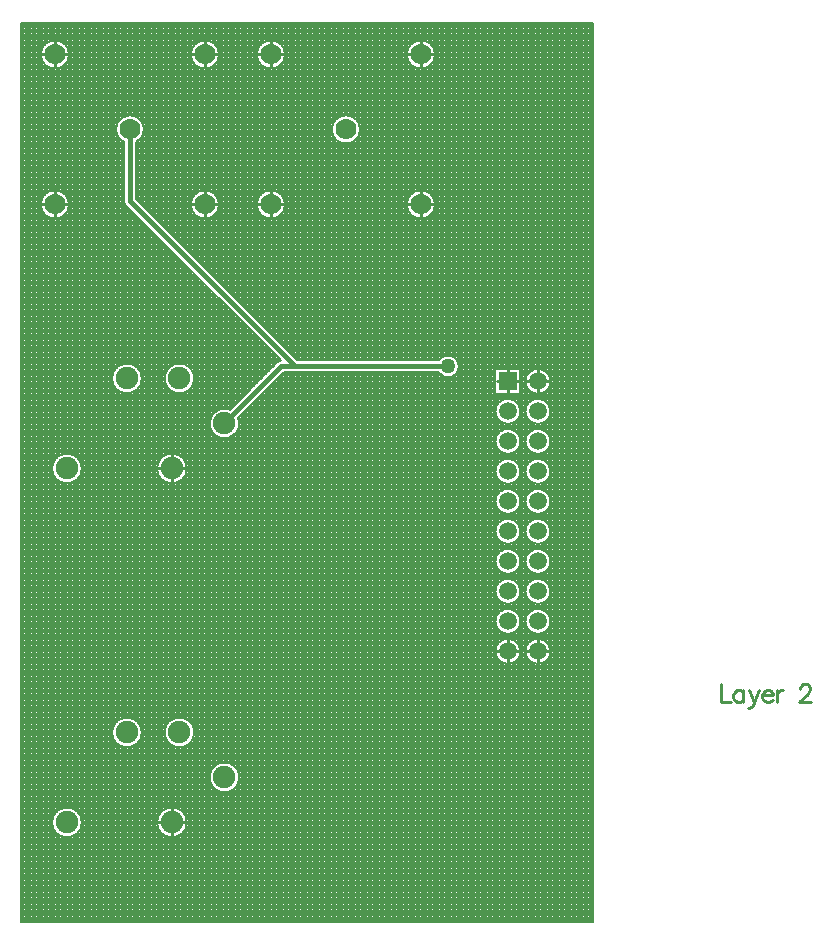
<source format=gbl>
%FSLAX24Y24*%
%MOIN*%
G70*
G01*
G75*
G04 Layer_Physical_Order=2*
G04 Layer_Color=16711680*
%ADD10R,0.0354X0.0276*%
%ADD11C,0.0160*%
%ADD12C,0.0100*%
%ADD13C,0.0591*%
%ADD14C,0.0750*%
%ADD15C,0.0700*%
%ADD16R,0.0591X0.0591*%
%ADD17C,0.0500*%
%ADD18C,0.0080*%
D11*
X29250Y57900D02*
X34800D01*
X24200Y63400D02*
X29700Y57900D01*
X24200Y63400D02*
Y65800D01*
X27350Y56000D02*
X29250Y57900D01*
D12*
X37800Y57400D02*
Y57775D01*
Y57400D02*
X38175D01*
X37425D02*
X37800D01*
Y57025D02*
Y57400D01*
X36800D02*
Y57775D01*
Y57400D02*
X37175D01*
X36425D02*
X36800D01*
Y57025D02*
Y57400D01*
X33900Y68300D02*
X34330D01*
X33900D02*
Y68730D01*
Y67870D02*
Y68300D01*
X33470D02*
X33900D01*
X28900D02*
X29330D01*
X28900D02*
Y68730D01*
Y67870D02*
Y68300D01*
X28470D02*
X28900D01*
X33900Y63300D02*
X34330D01*
X33900D02*
Y63730D01*
Y62870D02*
Y63300D01*
X33470D02*
X33900D01*
X28900D02*
X29330D01*
X28900D02*
Y63730D01*
Y62870D02*
Y63300D01*
X28470D02*
X28900D01*
X37800Y48400D02*
Y48775D01*
Y48400D02*
X38175D01*
X37800Y48025D02*
Y48400D01*
X37425D02*
X37800D01*
X36800D02*
X37175D01*
X36800D02*
Y48775D01*
Y48025D02*
Y48400D01*
X36425D02*
X36800D01*
X26700Y68300D02*
Y68730D01*
Y68300D02*
X27130D01*
X26700Y67870D02*
Y68300D01*
X26270D02*
X26700D01*
Y63300D02*
Y63730D01*
Y63300D02*
X27130D01*
X26700Y62870D02*
Y63300D01*
X26270D02*
X26700D01*
X21700Y68300D02*
Y68730D01*
Y68300D02*
X22130D01*
X21270D02*
X21700D01*
Y67870D02*
Y68300D01*
Y63300D02*
Y63730D01*
Y63300D02*
X22130D01*
X21270D02*
X21700D01*
Y62870D02*
Y63300D01*
X25600Y54500D02*
X26055D01*
X25600D02*
Y54955D01*
X25145Y54500D02*
X25600D01*
Y54045D02*
Y54500D01*
Y42700D02*
Y43155D01*
Y42700D02*
X26055D01*
X25145D02*
X25600D01*
Y42245D02*
Y42700D01*
X43900Y47300D02*
Y46700D01*
X44243D01*
X44651Y47100D02*
Y46700D01*
Y47014D02*
X44594Y47071D01*
X44537Y47100D01*
X44451D01*
X44394Y47071D01*
X44337Y47014D01*
X44308Y46929D01*
Y46871D01*
X44337Y46786D01*
X44394Y46729D01*
X44451Y46700D01*
X44537D01*
X44594Y46729D01*
X44651Y46786D01*
X44840Y47100D02*
X45011Y46700D01*
X45183Y47100D02*
X45011Y46700D01*
X44954Y46586D01*
X44897Y46529D01*
X44840Y46500D01*
X44811D01*
X45283Y46929D02*
X45625D01*
Y46986D01*
X45597Y47043D01*
X45568Y47071D01*
X45511Y47100D01*
X45425D01*
X45368Y47071D01*
X45311Y47014D01*
X45283Y46929D01*
Y46871D01*
X45311Y46786D01*
X45368Y46729D01*
X45425Y46700D01*
X45511D01*
X45568Y46729D01*
X45625Y46786D01*
X45754Y47100D02*
Y46700D01*
Y46929D02*
X45782Y47014D01*
X45840Y47071D01*
X45897Y47100D01*
X45982D01*
X46537Y47157D02*
Y47186D01*
X46565Y47243D01*
X46594Y47271D01*
X46651Y47300D01*
X46765D01*
X46822Y47271D01*
X46851Y47243D01*
X46879Y47186D01*
Y47128D01*
X46851Y47071D01*
X46794Y46986D01*
X46508Y46700D01*
X46908D01*
D13*
X37800Y49400D02*
D03*
X36800D02*
D03*
X37800Y50400D02*
D03*
X36800D02*
D03*
X37800Y51400D02*
D03*
X36800D02*
D03*
X37800Y52400D02*
D03*
X36800D02*
D03*
X37800Y53400D02*
D03*
X36800D02*
D03*
X37800Y54400D02*
D03*
X36800D02*
D03*
X37800Y55400D02*
D03*
X36800D02*
D03*
X37800Y56400D02*
D03*
X36800D02*
D03*
X37800Y48400D02*
D03*
X36800D02*
D03*
X37800Y57400D02*
D03*
D14*
X27350Y44200D02*
D03*
X25850Y45700D02*
D03*
X27350Y56000D02*
D03*
X25850Y57500D02*
D03*
X24100Y45700D02*
D03*
X22100Y42700D02*
D03*
X25600D02*
D03*
X24100Y57500D02*
D03*
X22100Y54500D02*
D03*
X25600D02*
D03*
D15*
X24200Y65800D02*
D03*
X31400D02*
D03*
X26700Y63300D02*
D03*
X21700D02*
D03*
Y68300D02*
D03*
X26700D02*
D03*
X33900Y63300D02*
D03*
X28900D02*
D03*
Y68300D02*
D03*
X33900D02*
D03*
D16*
X36800Y57400D02*
D03*
D17*
X34800Y57900D02*
D03*
D18*
X38215Y57400D02*
G03*
X38215Y57400I-415J0D01*
G01*
Y56400D02*
G03*
X38215Y56400I-415J0D01*
G01*
Y55400D02*
G03*
X38215Y55400I-415J0D01*
G01*
X37215Y56400D02*
G03*
X37215Y56400I-415J0D01*
G01*
Y55400D02*
G03*
X37215Y55400I-415J0D01*
G01*
X34370Y68300D02*
G03*
X34370Y68300I-470J0D01*
G01*
X29370D02*
G03*
X29370Y68300I-470J0D01*
G01*
X34370Y63300D02*
G03*
X34370Y63300I-470J0D01*
G01*
X31870Y65800D02*
G03*
X31870Y65800I-470J0D01*
G01*
X35170Y57900D02*
G03*
X34489Y58100I-370J0D01*
G01*
Y57700D02*
G03*
X35170Y57900I311J200D01*
G01*
X29370Y63300D02*
G03*
X29370Y63300I-470J0D01*
G01*
X29220Y58098D02*
G03*
X29109Y58041I30J-198D01*
G01*
X29220Y58098D02*
G03*
X29108Y58041I30J-198D01*
G01*
X27845Y56000D02*
G03*
X27812Y56179I-495J0D01*
G01*
X38215Y54400D02*
G03*
X38215Y54400I-415J0D01*
G01*
Y53400D02*
G03*
X38215Y53400I-415J0D01*
G01*
Y52400D02*
G03*
X38215Y52400I-415J0D01*
G01*
Y51400D02*
G03*
X38215Y51400I-415J0D01*
G01*
Y50400D02*
G03*
X38215Y50400I-415J0D01*
G01*
Y49400D02*
G03*
X38215Y49400I-415J0D01*
G01*
Y48400D02*
G03*
X38215Y48400I-415J0D01*
G01*
X37215Y54400D02*
G03*
X37215Y54400I-415J0D01*
G01*
Y53400D02*
G03*
X37215Y53400I-415J0D01*
G01*
Y52400D02*
G03*
X37215Y52400I-415J0D01*
G01*
Y51400D02*
G03*
X37215Y51400I-415J0D01*
G01*
Y50400D02*
G03*
X37215Y50400I-415J0D01*
G01*
Y49400D02*
G03*
X37215Y49400I-415J0D01*
G01*
Y48400D02*
G03*
X37215Y48400I-415J0D01*
G01*
X27170Y68300D02*
G03*
X27170Y68300I-470J0D01*
G01*
Y63300D02*
G03*
X27170Y63300I-470J0D01*
G01*
X26345Y57500D02*
G03*
X26345Y57500I-495J0D01*
G01*
X24400Y65375D02*
G03*
X24670Y65800I-200J425D01*
G01*
G03*
X24000Y65375I-470J0D01*
G01*
X22170Y68300D02*
G03*
X22170Y68300I-470J0D01*
G01*
X24000Y63400D02*
G03*
X24059Y63259I200J0D01*
G01*
X24000Y63400D02*
G03*
X24059Y63258I200J0D01*
G01*
X24595Y57500D02*
G03*
X24595Y57500I-495J0D01*
G01*
X22170Y63300D02*
G03*
X22170Y63300I-470J0D01*
G01*
X27529Y56462D02*
G03*
X27845Y56000I-179J-462D01*
G01*
Y44200D02*
G03*
X27845Y44200I-495J0D01*
G01*
X26095Y54500D02*
G03*
X26095Y54500I-495J0D01*
G01*
X22595D02*
G03*
X22595Y54500I-495J0D01*
G01*
X26345Y45700D02*
G03*
X26345Y45700I-495J0D01*
G01*
X26095Y42700D02*
G03*
X26095Y42700I-495J0D01*
G01*
X24595Y45700D02*
G03*
X24595Y45700I-495J0D01*
G01*
X22595Y42700D02*
G03*
X22595Y42700I-495J0D01*
G01*
X34359Y68400D02*
X39630D01*
X37840Y57813D02*
Y69330D01*
X38000Y57764D02*
Y69330D01*
X37920Y57798D02*
Y69330D01*
X34370Y68320D02*
X39630D01*
X34366Y68240D02*
X39630D01*
X34349Y68160D02*
X39630D01*
X34349Y63440D02*
X39630D01*
X35156Y58000D02*
X39630D01*
X35169Y57920D02*
X39630D01*
X35165Y57840D02*
X39630D01*
X38007Y57760D02*
X39630D01*
X34946Y58240D02*
X39630D01*
X35063Y58160D02*
X39630D01*
X35123Y58080D02*
X39630D01*
X37760Y57813D02*
Y69330D01*
X37200Y57815D02*
Y69330D01*
X37680Y57798D02*
Y69330D01*
X37600Y57764D02*
Y69330D01*
X37120Y57815D02*
Y69330D01*
X37040Y57815D02*
Y69330D01*
X36960Y57815D02*
Y69330D01*
X36880Y57815D02*
Y69330D01*
X36800Y57815D02*
Y69330D01*
X36720Y57815D02*
Y69330D01*
X36640Y57815D02*
Y69330D01*
X36560Y57815D02*
Y69330D01*
X36480Y57815D02*
Y69330D01*
X36400Y57815D02*
Y69330D01*
X36385Y57815D02*
X37215D01*
X38107Y57680D02*
X39630D01*
X38080Y57707D02*
Y69330D01*
X38164Y57600D02*
X39630D01*
X38160Y57607D02*
Y69330D01*
X37215Y57760D02*
X37593D01*
X37520Y57707D02*
Y69330D01*
X38198Y57520D02*
X39630D01*
X38213Y57440D02*
X39630D01*
X38213Y57360D02*
X39630D01*
X38198Y57280D02*
X39630D01*
X37215Y57680D02*
X37493D01*
X37440Y57607D02*
Y69330D01*
X37215Y57600D02*
X37436D01*
X37215Y56985D02*
Y57815D01*
X35142Y57760D02*
X36385D01*
X35097Y57680D02*
X36385D01*
X35017Y57600D02*
X36385D01*
X37215Y57520D02*
X37402D01*
X37215Y57440D02*
X37387D01*
X37215Y57360D02*
X37387D01*
X37215Y57280D02*
X37402D01*
X34292Y68560D02*
X39630D01*
X34334Y68480D02*
X39630D01*
X34315Y68080D02*
X39630D01*
X34262Y68000D02*
X39630D01*
X34111Y68720D02*
X39630D01*
X34225Y68640D02*
X39630D01*
X34177Y67920D02*
X39630D01*
X33996Y67840D02*
X39630D01*
X31825Y66000D02*
X39630D01*
X31854Y65920D02*
X39630D01*
X31868Y65840D02*
X39630D01*
X31868Y65760D02*
X39630D01*
X31565Y66240D02*
X39630D01*
X31702Y66160D02*
X39630D01*
X31777Y66080D02*
X39630D01*
X31854Y65680D02*
X39630D01*
X33996Y63760D02*
X39630D01*
X34177Y63680D02*
X39630D01*
X34262Y63600D02*
X39630D01*
X31825Y65600D02*
X39630D01*
X31777Y65520D02*
X39630D01*
X31702Y65440D02*
X39630D01*
X31565Y65360D02*
X39630D01*
X34315Y63520D02*
X39630D01*
X34366Y63360D02*
X39630D01*
X34370Y63280D02*
X39630D01*
X34359Y63200D02*
X39630D01*
X34334Y63120D02*
X39630D01*
X34292Y63040D02*
X39630D01*
X34225Y62960D02*
X39630D01*
X34111Y62880D02*
X39630D01*
X27963Y59920D02*
X39630D01*
X28043Y59840D02*
X39630D01*
X28123Y59760D02*
X39630D01*
X27643Y60240D02*
X39630D01*
X27723Y60160D02*
X39630D01*
X27803Y60080D02*
X39630D01*
X27883Y60000D02*
X39630D01*
X28443Y59440D02*
X39630D01*
X28523Y59360D02*
X39630D01*
X28603Y59280D02*
X39630D01*
X28683Y59200D02*
X39630D01*
X28203Y59680D02*
X39630D01*
X28283Y59600D02*
X39630D01*
X28363Y59520D02*
X39630D01*
X29083Y58800D02*
X39630D01*
X29163Y58720D02*
X39630D01*
X29243Y58640D02*
X39630D01*
X29323Y58560D02*
X39630D01*
X28763Y59120D02*
X39630D01*
X28843Y59040D02*
X39630D01*
X28923Y58960D02*
X39630D01*
X29003Y58880D02*
X39630D01*
X29403Y58480D02*
X39630D01*
X29483Y58400D02*
X39630D01*
X29563Y58320D02*
X39630D01*
X29153Y57520D02*
X36385D01*
X29073Y57440D02*
X36385D01*
X28993Y57360D02*
X36385D01*
X28913Y57280D02*
X36385D01*
X38164Y57200D02*
X39630D01*
X38107Y57120D02*
X39630D01*
X38139Y56640D02*
X39630D01*
X38160Y56607D02*
Y57193D01*
X38007Y57040D02*
X39630D01*
X37912Y56800D02*
X39630D01*
X38065Y56720D02*
X39630D01*
X38080Y56707D02*
Y57093D01*
X38183Y56560D02*
X39630D01*
X38207Y56480D02*
X39630D01*
X38215Y56400D02*
X39630D01*
X38207Y56320D02*
X39630D01*
X38183Y56240D02*
X39630D01*
X38139Y56160D02*
X39630D01*
X38065Y56080D02*
X39630D01*
X38000Y56764D02*
Y57036D01*
X37920Y56798D02*
Y57002D01*
X37600Y56764D02*
Y57036D01*
X37520Y56707D02*
Y57093D01*
X37215Y57120D02*
X37493D01*
X37215Y57200D02*
X37436D01*
X37215Y57040D02*
X37593D01*
X37440Y56607D02*
Y57193D01*
X37840Y56813D02*
Y56987D01*
X37760Y56813D02*
Y56987D01*
X37680Y56798D02*
Y57002D01*
X37200Y56512D02*
Y56985D01*
X37208Y56480D02*
X37392D01*
X37215Y56400D02*
X37385D01*
X37208Y56320D02*
X37392D01*
X38107Y55680D02*
X39630D01*
X38160Y55607D02*
Y56193D01*
X38164Y55600D02*
X39630D01*
X38198Y55520D02*
X39630D01*
X37912Y56000D02*
X39630D01*
X38007Y55760D02*
X39630D01*
X38213Y55440D02*
X39630D01*
X38213Y55360D02*
X39630D01*
X38198Y55280D02*
X39630D01*
X38164Y55200D02*
X39630D01*
X38107Y55120D02*
X39630D01*
X38007Y55040D02*
X39630D01*
X37912Y54800D02*
X39630D01*
X37920Y55798D02*
Y56002D01*
X37680Y55798D02*
Y56002D01*
X38080Y55707D02*
Y56093D01*
X38000Y55764D02*
Y56036D01*
X37600Y55764D02*
Y56036D01*
X37520Y55707D02*
Y56093D01*
X37440Y55607D02*
Y56193D01*
X37200Y55512D02*
Y56288D01*
X37840Y55813D02*
Y55987D01*
X37760Y55813D02*
Y55987D01*
X37920Y54798D02*
Y55002D01*
X37840Y54813D02*
Y54987D01*
X37760Y54813D02*
Y54987D01*
X37213Y55440D02*
X37387D01*
X37680Y54798D02*
Y55002D01*
X36960Y56783D02*
Y56985D01*
X36880Y56807D02*
Y56985D01*
X37120Y56665D02*
Y56985D01*
X37040Y56739D02*
Y56985D01*
X28593Y56960D02*
X39630D01*
X36385Y56985D02*
X37215D01*
X28513Y56880D02*
X39630D01*
X36800Y56815D02*
Y56985D01*
X37139Y56640D02*
X37461D01*
X37183Y56560D02*
X37417D01*
X37139Y56160D02*
X37461D01*
X37183Y56240D02*
X37417D01*
X36912Y56800D02*
X37688D01*
X37065Y56720D02*
X37535D01*
X37065Y56080D02*
X37535D01*
X36720Y56807D02*
Y56985D01*
X36640Y56783D02*
Y56985D01*
X36560Y56739D02*
Y56985D01*
X36480Y56665D02*
Y56985D01*
X28833Y57200D02*
X36385D01*
X28753Y57120D02*
X36385D01*
X36400Y56512D02*
Y56985D01*
X28673Y57040D02*
X36385D01*
X28433Y56800D02*
X36688D01*
X28353Y56720D02*
X36535D01*
X28273Y56640D02*
X36461D01*
X28193Y56560D02*
X36417D01*
X27818Y56160D02*
X36461D01*
X27873Y56240D02*
X36417D01*
X27838Y56080D02*
X36535D01*
X36912Y56000D02*
X37688D01*
X37007Y55760D02*
X37593D01*
X37107Y55680D02*
X37493D01*
X37164Y55600D02*
X37436D01*
X27838Y55920D02*
X39630D01*
X27818Y55840D02*
X39630D01*
X37198Y55520D02*
X37402D01*
X37213Y55360D02*
X37387D01*
X37164Y55200D02*
X37436D01*
X37198Y55280D02*
X37402D01*
X37007Y55040D02*
X37593D01*
X37107Y55120D02*
X37493D01*
X36912Y54800D02*
X37688D01*
X37040Y55739D02*
Y56061D01*
X36960Y55783D02*
Y56017D01*
X37120Y55665D02*
Y56135D01*
X36560Y55739D02*
Y56061D01*
X27845Y56000D02*
X36688D01*
X36480Y55665D02*
Y56135D01*
X36400Y55512D02*
Y56288D01*
X36880Y55807D02*
Y55992D01*
X36800Y55815D02*
Y55985D01*
X36720Y55807D02*
Y55992D01*
X36640Y55783D02*
Y56017D01*
X27783Y55760D02*
X36593D01*
X27728Y55680D02*
X36493D01*
X27642Y55600D02*
X36436D01*
X34160Y68692D02*
Y69330D01*
X34080Y68734D02*
Y69330D01*
X34320Y68511D02*
Y69330D01*
X34240Y68625D02*
Y69330D01*
X34000Y68759D02*
Y69330D01*
X33920Y68770D02*
Y69330D01*
X33840Y68766D02*
Y69330D01*
X33760Y68749D02*
Y69330D01*
X34320Y63511D02*
Y68089D01*
X33680Y68715D02*
Y69330D01*
X33600Y68662D02*
Y69330D01*
X33520Y68577D02*
Y69330D01*
X33440Y68396D02*
Y69330D01*
X31840Y65965D02*
Y69330D01*
X31600Y66225D02*
Y69330D01*
X31520Y66254D02*
Y69330D01*
X31760Y66102D02*
Y69330D01*
X31680Y66177D02*
Y69330D01*
X31440Y66268D02*
Y69330D01*
X31360Y66268D02*
Y69330D01*
X33520Y63577D02*
Y68023D01*
X31280Y66254D02*
Y69330D01*
X31200Y66225D02*
Y69330D01*
X31120Y66177D02*
Y69330D01*
X31040Y66102D02*
Y69330D01*
X34960Y58234D02*
Y69330D01*
X34880Y58261D02*
Y69330D01*
X35120Y58086D02*
Y69330D01*
X35040Y58182D02*
Y69330D01*
X34800Y58270D02*
Y69330D01*
X34720Y58261D02*
Y69330D01*
X34640Y58234D02*
Y69330D01*
X34560Y58182D02*
Y69330D01*
X34480Y58100D02*
Y69330D01*
X33440Y63396D02*
Y68204D01*
X34400Y58100D02*
Y69330D01*
X33360Y58100D02*
Y69330D01*
X33280Y58100D02*
Y69330D01*
X33200Y58100D02*
Y69330D01*
X33120Y58100D02*
Y69330D01*
X33040Y58100D02*
Y69330D01*
X32960Y58100D02*
Y69330D01*
X32880Y58100D02*
Y69330D01*
X32800Y58100D02*
Y69330D01*
X32720Y58100D02*
Y69330D01*
X32640Y58100D02*
Y69330D01*
X32560Y58100D02*
Y69330D01*
X32480Y58100D02*
Y69330D01*
X32400Y58100D02*
Y69330D01*
X32320Y58100D02*
Y69330D01*
X32240Y58100D02*
Y69330D01*
X32160Y58100D02*
Y69330D01*
X32080Y58100D02*
Y69330D01*
X32000Y58100D02*
Y69330D01*
X31920Y58100D02*
Y69330D01*
X29334Y68480D02*
X33466D01*
X29280Y68577D02*
Y69330D01*
X30960Y65965D02*
Y69330D01*
X29360Y68396D02*
Y69330D01*
X29111Y68720D02*
X33689D01*
X29225Y68640D02*
X33575D01*
X29292Y68560D02*
X33508D01*
X29359Y68400D02*
X33441D01*
X29370Y68320D02*
X33430D01*
X29366Y68240D02*
X33434D01*
X29360Y63396D02*
Y68204D01*
X29349Y68160D02*
X33451D01*
X29315Y68080D02*
X33485D01*
X29040Y68749D02*
Y69330D01*
X28960Y68766D02*
Y69330D01*
X29200Y68662D02*
Y69330D01*
X29120Y68715D02*
Y69330D01*
X28880Y68770D02*
Y69330D01*
X28800Y68759D02*
Y69330D01*
X28720Y68734D02*
Y69330D01*
X28640Y68692D02*
Y69330D01*
X28560Y68625D02*
Y69330D01*
X28480Y68511D02*
Y69330D01*
Y63511D02*
Y68089D01*
X27600Y60283D02*
Y69330D01*
X30880Y58100D02*
Y69330D01*
X30800Y58100D02*
Y69330D01*
X30720Y58100D02*
Y69330D01*
X30640Y58100D02*
Y69330D01*
X30560Y58100D02*
Y69330D01*
X30480Y58100D02*
Y69330D01*
X30400Y58100D02*
Y69330D01*
X30320Y58100D02*
Y69330D01*
X30240Y58100D02*
Y69330D01*
X30160Y58100D02*
Y69330D01*
X30080Y58100D02*
Y69330D01*
X30000Y58100D02*
Y69330D01*
X29920Y58100D02*
Y69330D01*
X29760Y58123D02*
Y69330D01*
X29840Y58100D02*
Y69330D01*
X29520Y58363D02*
Y69330D01*
X29440Y58443D02*
Y69330D01*
X29680Y58203D02*
Y69330D01*
X29600Y58283D02*
Y69330D01*
X28320Y59563D02*
Y69330D01*
X28240Y59643D02*
Y69330D01*
X28400Y59483D02*
Y69330D01*
X28000Y59883D02*
Y69330D01*
X27920Y59963D02*
Y69330D01*
X28160Y59723D02*
Y69330D01*
X28080Y59803D02*
Y69330D01*
X27760Y60123D02*
Y69330D01*
X27680Y60203D02*
Y69330D01*
X27840Y60043D02*
Y69330D01*
X34080Y63734D02*
Y67866D01*
X34000Y63759D02*
Y67841D01*
X34240Y63625D02*
Y67976D01*
X34160Y63692D02*
Y67908D01*
X33920Y63770D02*
Y67830D01*
X33840Y63766D02*
Y67834D01*
X33760Y63749D02*
Y67851D01*
X34320Y58100D02*
Y63089D01*
X29643Y58240D02*
X34654D01*
X29723Y58160D02*
X34537D01*
X33680Y63715D02*
Y67885D01*
X33600Y63662D02*
Y67938D01*
X29349Y63440D02*
X33451D01*
X29262Y68000D02*
X33538D01*
X29262Y63600D02*
X33538D01*
X29315Y63520D02*
X33485D01*
X29280Y63577D02*
Y68023D01*
X29366Y63360D02*
X33434D01*
X29370Y63280D02*
X33430D01*
X29359Y63200D02*
X33441D01*
X29360Y58523D02*
Y63204D01*
X29292Y63040D02*
X33508D01*
X29334Y63120D02*
X33466D01*
X29280Y58603D02*
Y63023D01*
X34240Y58100D02*
Y62976D01*
X34160Y58100D02*
Y62908D01*
X34080Y58100D02*
Y62866D01*
X34000Y58100D02*
Y62841D01*
X33920Y58100D02*
Y62830D01*
X33760Y58100D02*
Y62851D01*
X33680Y58100D02*
Y62885D01*
X33600Y58100D02*
Y62938D01*
X33840Y58100D02*
Y62834D01*
X36385Y56985D02*
Y57815D01*
X29783Y58100D02*
X34489D01*
X29700Y57700D02*
X34489D01*
X29313Y57680D02*
X34503D01*
X31840Y58100D02*
Y65635D01*
X31760Y58100D02*
Y65498D01*
X31680Y58100D02*
Y65423D01*
X31600Y58100D02*
Y65375D01*
X31200Y58100D02*
Y65375D01*
X31120Y58100D02*
Y65423D01*
X31040Y58100D02*
Y65498D01*
X30960Y58100D02*
Y65635D01*
X33520Y58100D02*
Y63023D01*
X33440Y58100D02*
Y63204D01*
X31520Y58100D02*
Y65346D01*
X31440Y58100D02*
Y65332D01*
X31360Y58100D02*
Y65332D01*
X31280Y58100D02*
Y65346D01*
X29333Y57700D02*
X29700D01*
X29177Y67920D02*
X33623D01*
X29040Y63749D02*
Y67851D01*
X29200Y63662D02*
Y67938D01*
X29120Y63715D02*
Y67885D01*
X28996Y67840D02*
X33804D01*
X28996Y63760D02*
X33804D01*
X28960Y63766D02*
Y67834D01*
X29177Y63680D02*
X33623D01*
X29225Y62960D02*
X33575D01*
X29111Y62880D02*
X33689D01*
X29200Y58683D02*
Y62938D01*
X29040Y58843D02*
Y62851D01*
X29120Y58763D02*
Y62885D01*
X28880Y63770D02*
Y67830D01*
X28800Y63759D02*
Y67841D01*
X28720Y63734D02*
Y67866D01*
X28640Y63692D02*
Y67908D01*
X28560Y63625D02*
Y67976D01*
X28800Y59083D02*
Y62841D01*
X28720Y59163D02*
Y62866D01*
X28960Y58923D02*
Y62834D01*
X28880Y59003D02*
Y62830D01*
X28560Y59323D02*
Y62976D01*
X28480Y59403D02*
Y63089D01*
X28640Y59243D02*
Y62908D01*
X29120Y58052D02*
Y58197D01*
X29040Y57973D02*
Y58277D01*
X28960Y57893D02*
Y58357D01*
X28880Y57813D02*
Y58437D01*
X28800Y57733D02*
Y58517D01*
X28720Y57653D02*
Y58597D01*
X28640Y57573D02*
Y58677D01*
X28560Y57493D02*
Y58757D01*
X28113Y56480D02*
X36393D01*
X29233Y57600D02*
X34583D01*
X28033Y56400D02*
X36385D01*
X27953Y56320D02*
X36393D01*
X27812Y56179D02*
X29333Y57700D01*
X28080Y57013D02*
Y59237D01*
X28000Y56933D02*
Y59317D01*
X27920Y56853D02*
Y59397D01*
X27840Y56773D02*
Y59477D01*
X27760Y56693D02*
Y59557D01*
X27680Y56613D02*
Y59637D01*
X27600Y56533D02*
Y59717D01*
X28480Y57413D02*
Y58837D01*
X28400Y57333D02*
Y58917D01*
X28320Y57253D02*
Y58997D01*
X28240Y57173D02*
Y59077D01*
X28160Y57093D02*
Y59157D01*
X27840Y56070D02*
Y56207D01*
X38183Y54560D02*
X39630D01*
X38207Y54480D02*
X39630D01*
X38215Y54400D02*
X39630D01*
X38207Y54320D02*
X39630D01*
X38065Y54720D02*
X39630D01*
X38139Y54640D02*
X39630D01*
X38183Y54240D02*
X39630D01*
X38139Y54160D02*
X39630D01*
X38164Y53600D02*
X39630D01*
X38198Y53520D02*
X39630D01*
X38213Y53440D02*
X39630D01*
X38213Y53360D02*
X39630D01*
X38065Y54080D02*
X39630D01*
X38007Y53760D02*
X39630D01*
X38107Y53680D02*
X39630D01*
X38160Y54607D02*
Y55193D01*
Y53607D02*
Y54193D01*
X38198Y53280D02*
X39630D01*
X38164Y53200D02*
X39630D01*
X38080Y54707D02*
Y55093D01*
X38000Y54764D02*
Y55036D01*
X38080Y53707D02*
Y54093D01*
X38000Y53764D02*
Y54036D01*
X38139Y52640D02*
X39630D01*
X38160Y52607D02*
Y53193D01*
X38183Y52560D02*
X39630D01*
X38207Y52480D02*
X39630D01*
X38107Y53120D02*
X39630D01*
X38080Y52707D02*
Y53093D01*
X38065Y52720D02*
X39630D01*
Y39370D02*
Y69330D01*
X39600Y39370D02*
Y69330D01*
X39520Y39370D02*
Y69330D01*
X39440Y39370D02*
Y69330D01*
X38215Y52400D02*
X39630D01*
X38207Y52320D02*
X39630D01*
X39360Y39370D02*
Y69330D01*
X39280Y39370D02*
Y69330D01*
X38183Y52240D02*
X39630D01*
X38164Y51600D02*
X39630D01*
X38198Y51520D02*
X39630D01*
X38213Y51440D02*
X39630D01*
X38139Y52160D02*
X39630D01*
X38065Y52080D02*
X39630D01*
X38107Y51680D02*
X39630D01*
X39200Y39370D02*
Y69330D01*
X39120Y39370D02*
Y69330D01*
X39040Y39370D02*
Y69330D01*
X38960Y39370D02*
Y69330D01*
X38880Y39370D02*
Y69330D01*
X38800Y39370D02*
Y69330D01*
X38720Y39370D02*
Y69330D01*
X38640Y39370D02*
Y69330D01*
X38560Y39370D02*
Y69330D01*
X38480Y39370D02*
Y69330D01*
X38400Y39370D02*
Y69330D01*
X38320Y39370D02*
Y69330D01*
X38160Y51607D02*
Y52193D01*
X38080Y51707D02*
Y52093D01*
X38240Y39370D02*
Y69330D01*
X37912Y54000D02*
X39630D01*
X37840Y53813D02*
Y53987D01*
X37920Y53798D02*
Y54002D01*
X37680Y53798D02*
Y54002D01*
X37600Y54764D02*
Y55036D01*
X36912Y54000D02*
X37688D01*
X37600Y53764D02*
Y54036D01*
X38007Y53040D02*
X39630D01*
X37760Y53813D02*
Y53987D01*
X37912Y52800D02*
X39630D01*
X37920Y52798D02*
Y53002D01*
X37007Y53760D02*
X37593D01*
X37007Y53040D02*
X37593D01*
X37520Y54707D02*
Y55093D01*
X37440Y54607D02*
Y55193D01*
Y53607D02*
Y54193D01*
X37208Y54480D02*
X37392D01*
X37065Y54720D02*
X37535D01*
X37139Y54640D02*
X37461D01*
X37183Y54560D02*
X37417D01*
X37183Y54240D02*
X37417D01*
X37520Y53707D02*
Y54093D01*
X37139Y54160D02*
X37461D01*
X37164Y53600D02*
X37436D01*
X37164Y53200D02*
X37436D01*
X37065Y54080D02*
X37535D01*
X37107Y53680D02*
X37493D01*
X37107Y53120D02*
X37493D01*
X38000Y52764D02*
Y53036D01*
X37840Y52813D02*
Y52987D01*
X37912Y52000D02*
X39630D01*
X38000Y51764D02*
Y52036D01*
X37760Y52813D02*
Y52987D01*
X37680Y52798D02*
Y53002D01*
X36912Y52800D02*
X37688D01*
X37920Y51798D02*
Y52002D01*
X37840Y51813D02*
Y51987D01*
X38007Y51760D02*
X39630D01*
X37760Y51813D02*
Y51987D01*
X36912Y52000D02*
X37688D01*
X37680Y51798D02*
Y52002D01*
X37600Y52764D02*
Y53036D01*
X37520Y52707D02*
Y53093D01*
X37440Y52607D02*
Y53193D01*
Y51607D02*
Y52193D01*
X37065Y52720D02*
X37535D01*
X37139Y52640D02*
X37461D01*
X37183Y52560D02*
X37417D01*
X37183Y52240D02*
X37417D01*
X37600Y51764D02*
Y52036D01*
X37139Y52160D02*
X37461D01*
X37520Y51707D02*
Y52093D01*
X37164Y51600D02*
X37436D01*
X37007Y51760D02*
X37593D01*
X37065Y52080D02*
X37535D01*
X37107Y51680D02*
X37493D01*
X38213Y51360D02*
X39630D01*
X38198Y51280D02*
X39630D01*
X38164Y51200D02*
X39630D01*
X38139Y50640D02*
X39630D01*
X38107Y51120D02*
X39630D01*
X38007Y51040D02*
X39630D01*
X37912Y50800D02*
X39630D01*
X38065Y50720D02*
X39630D01*
X38183Y50560D02*
X39630D01*
X38207Y50480D02*
X39630D01*
X38215Y50400D02*
X39630D01*
X38207Y50320D02*
X39630D01*
X38183Y50240D02*
X39630D01*
X38139Y50160D02*
X39630D01*
X38065Y50080D02*
X39630D01*
X38160Y50607D02*
Y51193D01*
X38080Y50707D02*
Y51093D01*
X38160Y49607D02*
Y50193D01*
X38080Y49707D02*
Y50093D01*
X37920Y50798D02*
Y51002D01*
X37840Y50813D02*
Y50987D01*
X38000Y50764D02*
Y51036D01*
Y49764D02*
Y50036D01*
X38007Y49760D02*
X39630D01*
X38107Y49680D02*
X39630D01*
X38164Y49600D02*
X39630D01*
X38198Y49520D02*
X39630D01*
X37912Y50000D02*
X39630D01*
X37920Y49798D02*
Y50002D01*
X37840Y49813D02*
Y49987D01*
X38213Y49440D02*
X39630D01*
X38213Y49360D02*
X39630D01*
X38198Y49280D02*
X39630D01*
X38164Y49200D02*
X39630D01*
X38107Y49120D02*
X39630D01*
X38007Y49040D02*
X39630D01*
X37912Y48800D02*
X39630D01*
X38065Y48720D02*
X39630D01*
X38183Y48560D02*
X39630D01*
X38207Y48480D02*
X39630D01*
X38215Y48400D02*
X39630D01*
X38207Y48320D02*
X39630D01*
X38139Y48640D02*
X39630D01*
X38183Y48240D02*
X39630D01*
X38139Y48160D02*
X39630D01*
X38000Y48764D02*
Y49036D01*
X37920Y48798D02*
Y49002D01*
X38160Y48607D02*
Y49193D01*
X38080Y48707D02*
Y49093D01*
X37840Y48813D02*
Y48987D01*
X38065Y48080D02*
X39630D01*
X38160Y39370D02*
Y48193D01*
X38080Y39370D02*
Y48093D01*
X38000Y39370D02*
Y48036D01*
X37912Y48000D02*
X39630D01*
X37920Y39370D02*
Y48002D01*
X37840Y39370D02*
Y47987D01*
X37760Y50813D02*
Y50987D01*
X37680Y50798D02*
Y51002D01*
X37600Y50764D02*
Y51036D01*
Y49764D02*
Y50036D01*
X36912Y50800D02*
X37688D01*
X37007Y51040D02*
X37593D01*
X37520Y50707D02*
Y51093D01*
X37760Y49813D02*
Y49987D01*
X37680Y49798D02*
Y50002D01*
X37760Y48813D02*
Y48987D01*
X36912Y50000D02*
X37688D01*
X37007Y49760D02*
X37593D01*
X37007Y49040D02*
X37593D01*
X37440Y50607D02*
Y51193D01*
X37183Y50560D02*
X37417D01*
X37183Y50240D02*
X37417D01*
X37440Y49607D02*
Y50193D01*
X37107Y51120D02*
X37493D01*
X37164Y51200D02*
X37436D01*
X37065Y50720D02*
X37535D01*
X37139Y50640D02*
X37461D01*
X37520Y49707D02*
Y50093D01*
X37139Y50160D02*
X37461D01*
X37164Y49600D02*
X37436D01*
X37164Y49200D02*
X37436D01*
X37065Y50080D02*
X37535D01*
X37107Y49680D02*
X37493D01*
X37107Y49120D02*
X37493D01*
X37680Y48798D02*
Y49002D01*
X37760Y39370D02*
Y47987D01*
X27690Y44560D02*
X39630D01*
X36912Y48800D02*
X37688D01*
X27758Y44480D02*
X39630D01*
X27803Y44400D02*
X39630D01*
X27830Y44320D02*
X39630D01*
X27843Y44240D02*
X39630D01*
X27843Y44160D02*
X39630D01*
X27830Y44080D02*
X39630D01*
X27803Y44000D02*
X39630D01*
X27758Y43920D02*
X39630D01*
X27690Y43840D02*
X39630D01*
X37600Y48764D02*
Y49036D01*
X37520Y48707D02*
Y49093D01*
X37440Y48607D02*
Y49193D01*
X37183Y48560D02*
X37417D01*
X37065Y48720D02*
X37535D01*
X37139Y48640D02*
X37461D01*
X37183Y48240D02*
X37417D01*
X37680Y39370D02*
Y48002D01*
X37600Y39370D02*
Y48036D01*
X37520Y39370D02*
Y48093D01*
X37440Y39370D02*
Y48193D01*
X37065Y48080D02*
X37535D01*
X37139Y48160D02*
X37461D01*
X36912Y48000D02*
X37688D01*
X37360Y39370D02*
Y69330D01*
X37280Y39370D02*
Y69330D01*
X36320Y39370D02*
Y69330D01*
X36240Y39370D02*
Y69330D01*
X36160Y39370D02*
Y69330D01*
X36080Y39370D02*
Y69330D01*
X36000Y39370D02*
Y69330D01*
X35920Y39370D02*
Y69330D01*
X37040Y54739D02*
Y55061D01*
X36960Y54783D02*
Y55017D01*
X37200Y54512D02*
Y55288D01*
X37120Y54665D02*
Y55135D01*
X36560Y54739D02*
Y55061D01*
X36480Y54665D02*
Y55135D01*
X36400Y54512D02*
Y55288D01*
X35840Y39370D02*
Y69330D01*
X35760Y39370D02*
Y69330D01*
X35680Y39370D02*
Y69330D01*
X35600Y39370D02*
Y69330D01*
X35520Y39370D02*
Y69330D01*
X35440Y39370D02*
Y69330D01*
X35360Y39370D02*
Y69330D01*
X35280Y39370D02*
Y69330D01*
X35200Y39370D02*
Y69330D01*
X35120Y39370D02*
Y57714D01*
X35040Y39370D02*
Y57618D01*
X34960Y39370D02*
Y57566D01*
X34880Y39370D02*
Y57539D01*
X34800Y39370D02*
Y57530D01*
X34720Y39370D02*
Y57539D01*
X34480Y39370D02*
Y57700D01*
X34400Y39370D02*
Y57700D01*
X34320Y39370D02*
Y57700D01*
X34240Y39370D02*
Y57700D01*
X34160Y39370D02*
Y57700D01*
X34080Y39370D02*
Y57700D01*
X34000Y39370D02*
Y57700D01*
X33920Y39370D02*
Y57700D01*
X34640Y39370D02*
Y57566D01*
X34560Y39370D02*
Y57618D01*
X33840Y39370D02*
Y57700D01*
X33760Y39370D02*
Y57700D01*
X33680Y39370D02*
Y57700D01*
X33600Y39370D02*
Y57700D01*
X33520Y39370D02*
Y57700D01*
X33440Y39370D02*
Y57700D01*
X33360Y39370D02*
Y57700D01*
X33280Y39370D02*
Y57700D01*
X33200Y39370D02*
Y57700D01*
X33120Y39370D02*
Y57700D01*
X33040Y39370D02*
Y57700D01*
X32960Y39370D02*
Y57700D01*
X32880Y39370D02*
Y57700D01*
X32800Y39370D02*
Y57700D01*
X32720Y39370D02*
Y57700D01*
X32640Y39370D02*
Y57700D01*
X32560Y39370D02*
Y57700D01*
X32480Y39370D02*
Y57700D01*
X32400Y39370D02*
Y57700D01*
X32320Y39370D02*
Y57700D01*
X32240Y39370D02*
Y57700D01*
X32160Y39370D02*
Y57700D01*
X32080Y39370D02*
Y57700D01*
X32000Y39370D02*
Y57700D01*
X31920Y39370D02*
Y57700D01*
X31840Y39370D02*
Y57700D01*
X31760Y39370D02*
Y57700D01*
X31680Y39370D02*
Y57700D01*
X31600Y39370D02*
Y57700D01*
X31520Y39370D02*
Y57700D01*
X31440Y39370D02*
Y57700D01*
X31360Y39370D02*
Y57700D01*
X31280Y39370D02*
Y57700D01*
X31200Y39370D02*
Y57700D01*
X31120Y39370D02*
Y57700D01*
X31040Y39370D02*
Y57700D01*
X30960Y39370D02*
Y57700D01*
X30880Y39370D02*
Y57700D01*
X30800Y39370D02*
Y57700D01*
X30720Y39370D02*
Y57700D01*
X30640Y39370D02*
Y57700D01*
X30560Y39370D02*
Y57700D01*
X30480Y39370D02*
Y57700D01*
X30400Y39370D02*
Y57700D01*
X27840Y44270D02*
Y55930D01*
X30320Y39370D02*
Y57700D01*
X30240Y39370D02*
Y57700D01*
X27680Y44569D02*
Y55631D01*
X27600Y44627D02*
Y55573D01*
X27760Y44477D02*
Y55723D01*
X30160Y39370D02*
Y57700D01*
X30080Y39370D02*
Y57700D01*
X30000Y39370D02*
Y57700D01*
X29920Y39370D02*
Y57700D01*
X29840Y39370D02*
Y57700D01*
X29760Y39370D02*
Y57700D01*
X29680Y39370D02*
Y57700D01*
X29600Y39370D02*
Y57700D01*
X29520Y39370D02*
Y57700D01*
X29440Y39370D02*
Y57700D01*
X29360Y39370D02*
Y57700D01*
X29280Y39370D02*
Y57647D01*
X29200Y39370D02*
Y57567D01*
X29120Y39370D02*
Y57487D01*
X29040Y39370D02*
Y57407D01*
X28960Y39370D02*
Y57327D01*
X28880Y39370D02*
Y57247D01*
X28800Y39370D02*
Y57167D01*
X28720Y39370D02*
Y57087D01*
X28640Y39370D02*
Y57007D01*
X28560Y39370D02*
Y56927D01*
X28480Y39370D02*
Y56847D01*
X28400Y39370D02*
Y56767D01*
X28320Y39370D02*
Y56687D01*
X28240Y39370D02*
Y56607D01*
X28160Y39370D02*
Y56527D01*
X28080Y39370D02*
Y56447D01*
X28000Y39370D02*
Y56367D01*
X27920Y39370D02*
Y56287D01*
X37215Y54400D02*
X37385D01*
X37208Y54320D02*
X37392D01*
X37213Y53440D02*
X37387D01*
X37200Y53512D02*
Y54288D01*
X37198Y53520D02*
X37402D01*
X37213Y53360D02*
X37387D01*
X37198Y53280D02*
X37402D01*
X37200Y52512D02*
Y53288D01*
X37208Y52480D02*
X37392D01*
X37215Y52400D02*
X37385D01*
X37208Y52320D02*
X37392D01*
X37213Y51440D02*
X37387D01*
X37198Y51520D02*
X37402D01*
X37213Y51360D02*
X37387D01*
X37198Y51280D02*
X37402D01*
X37120Y53665D02*
Y54135D01*
X37040Y53739D02*
Y54061D01*
X37120Y52665D02*
Y53135D01*
X37040Y52739D02*
Y53061D01*
X36880Y54808D02*
Y54992D01*
X36800Y54815D02*
Y54985D01*
X36960Y53783D02*
Y54017D01*
X36880Y53808D02*
Y53993D01*
X37040Y51739D02*
Y52061D01*
X36960Y52783D02*
Y53017D01*
X37200Y51512D02*
Y52288D01*
X37120Y51665D02*
Y52135D01*
X36960Y51783D02*
Y52017D01*
X36880Y52807D02*
Y52993D01*
Y51807D02*
Y51993D01*
X37208Y50480D02*
X37392D01*
X37200Y50512D02*
Y51288D01*
X37215Y50400D02*
X37385D01*
X37208Y50320D02*
X37392D01*
X37198Y49520D02*
X37402D01*
X37120Y50665D02*
Y51135D01*
X37213Y49440D02*
X37387D01*
X37200Y49512D02*
Y50288D01*
X37213Y49360D02*
X37387D01*
X37200Y48512D02*
Y49288D01*
X37208Y48480D02*
X37392D01*
X37215Y48400D02*
X37385D01*
X37198Y49280D02*
X37402D01*
X37208Y48320D02*
X37392D01*
X37200Y39370D02*
Y48288D01*
X37040Y50739D02*
Y51061D01*
Y49739D02*
Y50061D01*
X37120Y49665D02*
Y50135D01*
Y48665D02*
Y49135D01*
X36960Y50783D02*
Y51017D01*
X36880Y50807D02*
Y50992D01*
X36960Y49783D02*
Y50017D01*
X36880Y49808D02*
Y49992D01*
X37040Y48739D02*
Y49061D01*
X36960Y48783D02*
Y49017D01*
X37120Y39370D02*
Y48135D01*
X37040Y39370D02*
Y48061D01*
X36960Y39370D02*
Y48017D01*
X36880Y48808D02*
Y48993D01*
Y39370D02*
Y47993D01*
X36800Y53815D02*
Y53985D01*
X36720Y54808D02*
Y54992D01*
X36800Y52815D02*
Y52985D01*
X36720Y53808D02*
Y53993D01*
X36640Y54783D02*
Y55017D01*
Y53783D02*
Y54017D01*
X36800Y51815D02*
Y51985D01*
X36720Y52807D02*
Y52993D01*
X36800Y50815D02*
Y50985D01*
X36720Y51807D02*
Y51993D01*
Y50807D02*
Y50992D01*
X36560Y53739D02*
Y54061D01*
X36480Y53665D02*
Y54135D01*
X36640Y52783D02*
Y53017D01*
X36560Y52739D02*
Y53061D01*
X36480Y52665D02*
Y53135D01*
X36400Y53512D02*
Y54288D01*
Y52512D02*
Y53288D01*
Y51512D02*
Y52288D01*
X36640Y51783D02*
Y52017D01*
X36560Y51739D02*
Y52061D01*
X36640Y50783D02*
Y51017D01*
X36560Y50739D02*
Y51061D01*
X36480Y51665D02*
Y52135D01*
Y50665D02*
Y51135D01*
X36400Y50512D02*
Y51288D01*
X36800Y49815D02*
Y49985D01*
X36720Y49808D02*
Y49992D01*
X36800Y48815D02*
Y48985D01*
X36720Y48808D02*
Y48993D01*
X36640Y49783D02*
Y50017D01*
Y48783D02*
Y49017D01*
X36800Y39370D02*
Y47985D01*
X36720Y39370D02*
Y47993D01*
X36560Y49739D02*
Y50061D01*
X36480Y49665D02*
Y50135D01*
X36560Y48739D02*
Y49061D01*
X36480Y48665D02*
Y49135D01*
X36400Y49512D02*
Y50288D01*
Y48512D02*
Y49288D01*
Y39370D02*
Y48288D01*
X36640Y39370D02*
Y48017D01*
X36560Y39370D02*
Y48061D01*
X36480Y39370D02*
Y48135D01*
X27840Y39370D02*
Y44130D01*
X27760Y39370D02*
Y43923D01*
X27680Y39370D02*
Y43831D01*
X27600Y39370D02*
Y43773D01*
X27159Y68400D02*
X28441D01*
X27170Y68320D02*
X28430D01*
X27149Y68160D02*
X28451D01*
X27166Y68240D02*
X28434D01*
X26911Y68720D02*
X28689D01*
X27025Y68640D02*
X28575D01*
X27092Y68560D02*
X28508D01*
X27134Y68480D02*
X28466D01*
X27062Y68000D02*
X28538D01*
X27115Y68080D02*
X28485D01*
X26796Y67840D02*
X28804D01*
X26977Y67920D02*
X28623D01*
X24625Y66000D02*
X30975D01*
X24654Y65920D02*
X30946D01*
X24668Y65840D02*
X30932D01*
X26960Y68692D02*
Y69330D01*
X26880Y68734D02*
Y69330D01*
X27120Y68511D02*
Y69330D01*
X27040Y68625D02*
Y69330D01*
X26800Y68759D02*
Y69330D01*
X26720Y68770D02*
Y69330D01*
X26640Y68766D02*
Y69330D01*
X26560Y68749D02*
Y69330D01*
X26480Y68715D02*
Y69330D01*
X26400Y68662D02*
Y69330D01*
X27360Y60523D02*
Y69330D01*
X27280Y60603D02*
Y69330D01*
X27520Y60363D02*
Y69330D01*
X27440Y60443D02*
Y69330D01*
X24668Y65760D02*
X30932D01*
X24654Y65680D02*
X30946D01*
X24625Y65600D02*
X30975D01*
X27200Y60683D02*
Y69330D01*
X27115Y63520D02*
X28485D01*
X27149Y63440D02*
X28451D01*
X27166Y63360D02*
X28434D01*
X27170Y63280D02*
X28430D01*
X26796Y63760D02*
X28804D01*
X26977Y63680D02*
X28623D01*
X27062Y63600D02*
X28538D01*
X26960Y63692D02*
Y67908D01*
X26880Y63734D02*
Y67866D01*
X27120Y63511D02*
Y68089D01*
X27040Y63625D02*
Y67976D01*
X26800Y63759D02*
Y67841D01*
X26720Y63770D02*
Y67830D01*
X26480Y63715D02*
Y67885D01*
X26400Y63662D02*
Y67938D01*
X26640Y63766D02*
Y67834D01*
X26560Y63749D02*
Y67851D01*
X20570Y69330D02*
X39630D01*
X20570Y69280D02*
X39630D01*
X20570Y69200D02*
X39630D01*
X20570Y69120D02*
X39630D01*
X20570Y69040D02*
X39630D01*
X20570Y68960D02*
X39630D01*
X20570Y68880D02*
X39630D01*
X20570Y68800D02*
X39630D01*
X20570Y67760D02*
X39630D01*
X20570Y67680D02*
X39630D01*
X20570Y67600D02*
X39630D01*
X20570Y67520D02*
X39630D01*
X20570Y67440D02*
X39630D01*
X20570Y67360D02*
X39630D01*
X20570Y67280D02*
X39630D01*
X21911Y68720D02*
X26489D01*
X22025Y68640D02*
X26376D01*
X21796Y67840D02*
X26604D01*
X21977Y67920D02*
X26423D01*
X20570Y67200D02*
X39630D01*
X20570Y67120D02*
X39630D01*
X20570Y67040D02*
X39630D01*
X20570Y66960D02*
X39630D01*
X20570Y66880D02*
X39630D01*
X20570Y66800D02*
X39630D01*
X20570Y66720D02*
X39630D01*
X20570Y66640D02*
X39630D01*
X20570Y66560D02*
X39630D01*
X20570Y66480D02*
X39630D01*
X20570Y66400D02*
X39630D01*
X24400Y65280D02*
X39630D01*
X24400Y65200D02*
X39630D01*
X24400Y65120D02*
X39630D01*
X24400Y65040D02*
X39630D01*
X20570Y66320D02*
X39630D01*
X24400Y64960D02*
X39630D01*
X24400Y64880D02*
X39630D01*
X24400Y64800D02*
X39630D01*
X24400Y64720D02*
X39630D01*
X24400Y64640D02*
X39630D01*
X24400Y64560D02*
X39630D01*
X24400Y64480D02*
X39630D01*
X24400Y64400D02*
X39630D01*
X24400Y64320D02*
X39630D01*
X24400Y64240D02*
X39630D01*
X24502Y66160D02*
X31098D01*
X24577Y66080D02*
X31023D01*
X24502Y65440D02*
X31098D01*
X24577Y65520D02*
X31023D01*
X24365Y66240D02*
X31235D01*
X24400Y65360D02*
X31235D01*
X24400Y64160D02*
X39630D01*
X24400Y64080D02*
X39630D01*
X24400Y64000D02*
X39630D01*
X24400Y63920D02*
X39630D01*
X24400Y63840D02*
X39630D01*
X24400Y63760D02*
X26604D01*
X24400Y63483D02*
X29783Y58100D01*
X24400Y63680D02*
X26423D01*
X24059Y63258D02*
X29220Y58098D01*
X26123Y61760D02*
X39630D01*
X26203Y61680D02*
X39630D01*
X26283Y61600D02*
X39630D01*
X26363Y61520D02*
X39630D01*
X25803Y62080D02*
X39630D01*
X25883Y62000D02*
X39630D01*
X25963Y61920D02*
X39630D01*
X26043Y61840D02*
X39630D01*
X26683Y61200D02*
X39630D01*
X26763Y61120D02*
X39630D01*
X26843Y61040D02*
X39630D01*
X26923Y60960D02*
X39630D01*
X26443Y61440D02*
X39630D01*
X26523Y61360D02*
X39630D01*
X26603Y61280D02*
X39630D01*
X27159Y63200D02*
X28441D01*
X27134Y63120D02*
X28466D01*
X27092Y63040D02*
X28508D01*
X27040Y60843D02*
Y62976D01*
X26911Y62880D02*
X28689D01*
X27025Y62960D02*
X28575D01*
X26960Y60923D02*
Y62908D01*
X26400Y61483D02*
Y62938D01*
X26800Y61083D02*
Y62841D01*
X26720Y61163D02*
Y62830D01*
X27003Y60880D02*
X39630D01*
X26880Y61003D02*
Y62866D01*
X26560Y61323D02*
Y62851D01*
X26480Y61403D02*
Y62885D01*
X26640Y61243D02*
Y62834D01*
X27403Y60480D02*
X39630D01*
X27483Y60400D02*
X39630D01*
X27563Y60320D02*
X39630D01*
X27529Y56462D02*
X29108Y58041D01*
X27083Y60800D02*
X39630D01*
X27163Y60720D02*
X39630D01*
X27243Y60640D02*
X39630D01*
X27323Y60560D02*
X39630D01*
X26311Y57680D02*
X28747D01*
X26335Y57600D02*
X28667D01*
X26345Y57520D02*
X28587D01*
X26341Y57440D02*
X28507D01*
X26112Y57920D02*
X28987D01*
X26210Y57840D02*
X28907D01*
X26271Y57760D02*
X28827D01*
X27440Y56487D02*
Y59877D01*
X27360Y56495D02*
Y59957D01*
X27280Y56490D02*
Y60037D01*
X27200Y56472D02*
Y60117D01*
X27120Y60763D02*
Y63089D01*
Y56438D02*
Y60197D01*
X27040Y56386D02*
Y60277D01*
X26960Y56305D02*
Y60357D01*
X26325Y57360D02*
X28427D01*
X26293Y57280D02*
X28347D01*
X27471Y56480D02*
X27547D01*
X27520Y56465D02*
Y59797D01*
X26244Y57200D02*
X28267D01*
X26167Y57120D02*
X28187D01*
X26033Y57040D02*
X28107D01*
X25403Y62480D02*
X39630D01*
X25483Y62400D02*
X39630D01*
X25563Y62320D02*
X39630D01*
X25643Y62240D02*
X39630D01*
X25083Y62800D02*
X39630D01*
X25163Y62720D02*
X39630D01*
X25243Y62640D02*
X39630D01*
X25323Y62560D02*
X39630D01*
X25723Y62160D02*
X39630D01*
X20570Y59920D02*
X27397D01*
X20570Y59760D02*
X27557D01*
X20570Y59840D02*
X27477D01*
X20570Y59600D02*
X27717D01*
X20570Y59680D02*
X27637D01*
X20570Y59520D02*
X27797D01*
X25003Y62880D02*
X26489D01*
X24923Y62960D02*
X26376D01*
X20570Y60880D02*
X26437D01*
X20570Y60960D02*
X26357D01*
X20570Y60720D02*
X26597D01*
X20570Y60800D02*
X26517D01*
X20570Y60560D02*
X26757D01*
X20570Y60640D02*
X26677D01*
X20570Y60400D02*
X26917D01*
X20570Y60480D02*
X26837D01*
X20570Y60240D02*
X27077D01*
X20570Y60320D02*
X26997D01*
X20570Y60080D02*
X27237D01*
X20570Y60160D02*
X27157D01*
X20570Y60000D02*
X27317D01*
X20570Y59040D02*
X28277D01*
X20570Y59120D02*
X28197D01*
X20570Y58880D02*
X28437D01*
X20570Y58960D02*
X28357D01*
X20570Y58720D02*
X28597D01*
X20570Y58800D02*
X28517D01*
X20570Y58560D02*
X28757D01*
X20570Y58640D02*
X28677D01*
X20570Y58400D02*
X28917D01*
X20570Y58480D02*
X28837D01*
X20570Y58240D02*
X29077D01*
X20570Y58320D02*
X28997D01*
X20570Y58160D02*
X29157D01*
X20570Y58080D02*
X29163D01*
X20570Y58000D02*
X29067D01*
X20570Y59360D02*
X27957D01*
X20570Y59440D02*
X27877D01*
X20570Y59280D02*
X28037D01*
X20570Y59200D02*
X28117D01*
X20570Y56960D02*
X28027D01*
X20570Y56880D02*
X27947D01*
X20570Y56800D02*
X27867D01*
X20570Y56720D02*
X27787D01*
X20570Y56640D02*
X27707D01*
X20570Y56560D02*
X27627D01*
X20570Y56480D02*
X27229D01*
X20570Y56400D02*
X27058D01*
X20570Y56320D02*
X26972D01*
X26320Y68577D02*
Y69330D01*
X26240Y68396D02*
Y69330D01*
X24640Y65965D02*
Y69330D01*
X24560Y66102D02*
Y69330D01*
X22092Y68560D02*
X26308D01*
X22134Y68480D02*
X26266D01*
X22159Y68400D02*
X26241D01*
X22170Y68320D02*
X26230D01*
X22166Y68240D02*
X26234D01*
X26320Y63577D02*
Y68023D01*
X22115Y68080D02*
X26285D01*
X22149Y68160D02*
X26251D01*
X22062Y68000D02*
X26338D01*
X24320Y66254D02*
Y69330D01*
X24240Y66268D02*
Y69330D01*
X24480Y66177D02*
Y69330D01*
X24400Y66225D02*
Y69330D01*
X24160Y66268D02*
Y69330D01*
X24080Y66254D02*
Y69330D01*
X24000Y66225D02*
Y69330D01*
X23920Y66177D02*
Y69330D01*
X23840Y66102D02*
Y69330D01*
X23760Y65965D02*
Y69330D01*
X24400Y63483D02*
Y65375D01*
Y63483D02*
Y65375D01*
X22160Y68396D02*
Y69330D01*
X22080Y68577D02*
Y69330D01*
Y63577D02*
Y68023D01*
X26000Y61883D02*
Y69330D01*
X25920Y61963D02*
Y69330D01*
X26160Y61723D02*
Y69330D01*
X26080Y61803D02*
Y69330D01*
X25680Y62203D02*
Y69330D01*
X25600Y62283D02*
Y69330D01*
X25840Y62043D02*
Y69330D01*
X25760Y62123D02*
Y69330D01*
X26240Y63396D02*
Y68204D01*
X25360Y62523D02*
Y69330D01*
X25520Y62363D02*
Y69330D01*
X25440Y62443D02*
Y69330D01*
X25200Y62683D02*
Y69330D01*
X25120Y62763D02*
Y69330D01*
X25280Y62603D02*
Y69330D01*
X24880Y63003D02*
Y69330D01*
X24800Y63083D02*
Y69330D01*
X25040Y62843D02*
Y69330D01*
X24960Y62923D02*
Y69330D01*
X24640Y63243D02*
Y65635D01*
X22160Y63396D02*
Y68204D01*
X24720Y63163D02*
Y69330D01*
X23680Y57762D02*
Y69330D01*
X24480Y63403D02*
Y65423D01*
X24000Y63400D02*
Y65375D01*
X24560Y63323D02*
Y65498D01*
X24000Y63400D02*
Y65375D01*
X23920Y57961D02*
Y65423D01*
X23840Y57921D02*
Y65498D01*
X23760Y57860D02*
Y65635D01*
X21840Y68749D02*
Y69330D01*
X21760Y68766D02*
Y69330D01*
X22000Y68662D02*
Y69330D01*
X21920Y68715D02*
Y69330D01*
X21680Y68770D02*
Y69330D01*
X21600Y68759D02*
Y69330D01*
X20570Y67840D02*
X21604D01*
X20570Y66240D02*
X24035D01*
X20570Y66160D02*
X23898D01*
X20570Y66080D02*
X23823D01*
X21520Y68734D02*
Y69330D01*
X21440Y68692D02*
Y69330D01*
X21360Y68625D02*
Y69330D01*
X21280Y68511D02*
Y69330D01*
X20570Y68720D02*
X21489D01*
X20570Y68640D02*
X21376D01*
X20570Y68560D02*
X21308D01*
X20570Y68480D02*
X21266D01*
X20570Y68400D02*
X21241D01*
X20570Y68320D02*
X21230D01*
X20570Y68240D02*
X21234D01*
X20570Y68160D02*
X21251D01*
X20570Y68000D02*
X21338D01*
X20570Y68080D02*
X21285D01*
X20570Y67920D02*
X21423D01*
X20570Y66000D02*
X23775D01*
X20570Y65600D02*
X23775D01*
X20570Y65440D02*
X23898D01*
X20570Y65520D02*
X23823D01*
X20570Y65360D02*
X24000D01*
X20570Y65280D02*
X24000D01*
X20570Y65200D02*
X24000D01*
X20570Y65120D02*
X24000D01*
X20570Y65040D02*
X24000D01*
X20570Y64960D02*
X24000D01*
X20570Y64880D02*
X24000D01*
X20570Y64800D02*
X24000D01*
X20570Y64720D02*
X24000D01*
X20570Y64640D02*
X24000D01*
X20570Y64560D02*
X24000D01*
X21920Y63715D02*
Y67885D01*
X21840Y63749D02*
Y67851D01*
X22000Y63662D02*
Y67938D01*
X21520Y63734D02*
Y67866D01*
X21440Y63692D02*
Y67908D01*
X21360Y63625D02*
Y67976D01*
X21280Y63511D02*
Y68089D01*
X20570Y65920D02*
X23746D01*
X21760Y63766D02*
Y67834D01*
X21680Y63770D02*
Y67830D01*
X21600Y63759D02*
Y67841D01*
X20570Y65840D02*
X23732D01*
X20570Y65760D02*
X23732D01*
X20570Y65680D02*
X23746D01*
X24683Y63200D02*
X26241D01*
X24603Y63280D02*
X26230D01*
X24763Y63120D02*
X26266D01*
X26240Y61643D02*
Y63204D01*
X24400Y63600D02*
X26338D01*
X24400Y63520D02*
X26285D01*
X24443Y63440D02*
X26251D01*
X24523Y63360D02*
X26234D01*
X26320Y61563D02*
Y63023D01*
X25920Y57990D02*
Y61397D01*
X25840Y57995D02*
Y61477D01*
X25760Y57987D02*
Y61557D01*
X24843Y63040D02*
X26308D01*
X22025Y62960D02*
X24357D01*
X21911Y62880D02*
X24437D01*
X22115Y63520D02*
X24000D01*
X22149Y63440D02*
X24000D01*
X21796Y63760D02*
X24000D01*
X21977Y63680D02*
X24000D01*
X22062Y63600D02*
X24000D01*
X22170Y63280D02*
X24040D01*
X22166Y63360D02*
X24004D01*
X24240Y57975D02*
Y63077D01*
X22159Y63200D02*
X24117D01*
X22134Y63120D02*
X24197D01*
X22092Y63040D02*
X24277D01*
X26080Y57938D02*
Y61237D01*
X26000Y57972D02*
Y61317D01*
X26240Y57805D02*
Y61077D01*
X26160Y57886D02*
Y61157D01*
X25680Y57965D02*
Y61637D01*
X25600Y57927D02*
Y61717D01*
X25520Y57869D02*
Y61797D01*
X25440Y57777D02*
Y61877D01*
X24460Y57840D02*
X25490D01*
X24521Y57760D02*
X25429D01*
X26320Y57655D02*
Y60997D01*
X24494Y57200D02*
X25456D01*
X24362Y57920D02*
X25588D01*
X24417Y57120D02*
X25533D01*
X24283Y57040D02*
X25667D01*
X24480Y57817D02*
Y62837D01*
X24400Y57894D02*
Y62917D01*
X25360Y57570D02*
Y61957D01*
X24560Y57683D02*
Y62757D01*
X24160Y57991D02*
Y63157D01*
X24080Y57995D02*
Y63237D01*
X24320Y57943D02*
Y62997D01*
X24000Y57985D02*
Y63400D01*
X24561Y57680D02*
X25389D01*
X24585Y57600D02*
X25365D01*
X24595Y57520D02*
X25355D01*
X24591Y57440D02*
X25359D01*
X24543Y57280D02*
X25407D01*
X24575Y57360D02*
X25375D01*
X20570Y64480D02*
X24000D01*
X20570Y64400D02*
X24000D01*
X20570Y64320D02*
X24000D01*
X20570Y64240D02*
X24000D01*
X20570Y64160D02*
X24000D01*
X20570Y64080D02*
X24000D01*
X20570Y64000D02*
X24000D01*
X20570Y63920D02*
X24000D01*
X20570Y62800D02*
X24517D01*
X20570Y63840D02*
X24000D01*
X20570Y62640D02*
X24677D01*
X20570Y62720D02*
X24597D01*
X20570Y62480D02*
X24837D01*
X20570Y62560D02*
X24757D01*
X20570Y62400D02*
X24917D01*
X20570Y63760D02*
X21604D01*
X20570Y63680D02*
X21423D01*
X20570Y63600D02*
X21338D01*
X20570Y63520D02*
X21285D01*
X20570Y63440D02*
X21251D01*
X20570Y63360D02*
X21234D01*
X20570Y63280D02*
X21230D01*
X20570Y63200D02*
X21241D01*
X20570Y63120D02*
X21266D01*
X20570Y62960D02*
X21376D01*
X20570Y63040D02*
X21308D01*
X20570Y62880D02*
X21489D01*
X20570Y62080D02*
X25237D01*
X20570Y62160D02*
X25157D01*
X20570Y61920D02*
X25397D01*
X20570Y62000D02*
X25317D01*
X20570Y61760D02*
X25557D01*
X20570Y61840D02*
X25477D01*
X20570Y61600D02*
X25717D01*
X20570Y61680D02*
X25637D01*
X20570Y61440D02*
X25877D01*
X20570Y61520D02*
X25797D01*
X20570Y61280D02*
X26037D01*
X20570Y61360D02*
X25957D01*
X20570Y61120D02*
X26197D01*
X20570Y61200D02*
X26117D01*
X20570Y61040D02*
X26277D01*
X20570Y62240D02*
X25077D01*
X20570Y62320D02*
X24997D01*
X20570Y57920D02*
X23838D01*
X20570Y57840D02*
X23740D01*
X20570Y57760D02*
X23679D01*
X20570Y57680D02*
X23639D01*
X20570Y57600D02*
X23615D01*
X20570Y57520D02*
X23605D01*
X20570Y57440D02*
X23609D01*
X20570Y57280D02*
X23657D01*
X20570Y57360D02*
X23625D01*
X20570Y57120D02*
X23783D01*
X20570Y57200D02*
X23706D01*
X20570Y57040D02*
X23917D01*
X27471Y55520D02*
X36402D01*
X20570Y55440D02*
X36387D01*
X25783Y54960D02*
X39630D01*
X20570Y55360D02*
X36387D01*
X20570Y55200D02*
X36436D01*
X20570Y55280D02*
X36402D01*
X20570Y55040D02*
X36593D01*
X20570Y55120D02*
X36493D01*
X25994Y54800D02*
X36688D01*
X26043Y54720D02*
X36535D01*
X26075Y54640D02*
X36461D01*
X26091Y54560D02*
X36417D01*
X25917Y54880D02*
X39630D01*
X26021Y54240D02*
X36417D01*
X25960Y54160D02*
X36461D01*
X20570Y56240D02*
X26917D01*
X26880Y56155D02*
Y60437D01*
X20570Y56160D02*
X26882D01*
X20570Y56080D02*
X26862D01*
X20570Y56000D02*
X26855D01*
X20570Y55840D02*
X26882D01*
X20570Y55920D02*
X26862D01*
X26095Y54480D02*
X36393D01*
X20570Y55760D02*
X26917D01*
X26085Y54400D02*
X36385D01*
X26061Y54320D02*
X36393D01*
X20570Y55600D02*
X27058D01*
X20570Y55680D02*
X26972D01*
X20570Y55520D02*
X27229D01*
X20570Y54000D02*
X36688D01*
X25862Y54080D02*
X36535D01*
X20570Y53920D02*
X39630D01*
X20570Y53840D02*
X39630D01*
X20570Y53760D02*
X36593D01*
X20570Y53680D02*
X36493D01*
X20570Y53600D02*
X36436D01*
X20570Y53200D02*
X36436D01*
X20570Y53040D02*
X36593D01*
X20570Y53120D02*
X36493D01*
X20570Y52960D02*
X39630D01*
X20570Y52880D02*
X39630D01*
X20570Y52800D02*
X36688D01*
X20570Y52720D02*
X36535D01*
X20570Y52640D02*
X36461D01*
X27520Y44665D02*
Y55535D01*
X27440Y44687D02*
Y55513D01*
X27120Y44638D02*
Y55562D01*
X27040Y44586D02*
Y55614D01*
X26960Y44505D02*
Y55695D01*
X26880Y44355D02*
Y55845D01*
X26800Y39370D02*
Y60517D01*
X26720Y39370D02*
Y60597D01*
X20570Y53520D02*
X36402D01*
X27360Y44695D02*
Y55505D01*
X27280Y44690D02*
Y55510D01*
X27200Y44672D02*
Y55528D01*
X20570Y53440D02*
X36387D01*
X20570Y53360D02*
X36387D01*
X20570Y53280D02*
X36402D01*
X20570Y52080D02*
X36535D01*
X20570Y52160D02*
X36461D01*
X20570Y51920D02*
X39630D01*
X20570Y52000D02*
X36688D01*
X20570Y51840D02*
X39630D01*
X20570Y51760D02*
X36593D01*
X20570Y51680D02*
X36493D01*
X20570Y51600D02*
X36436D01*
X20570Y51120D02*
X36493D01*
X20570Y51200D02*
X36436D01*
X20570Y50960D02*
X39630D01*
X20570Y51040D02*
X36593D01*
X20570Y50880D02*
X39630D01*
X20570Y50800D02*
X36688D01*
X20570Y50720D02*
X36535D01*
X20570Y52560D02*
X36417D01*
X20570Y52480D02*
X36393D01*
X20570Y52400D02*
X36385D01*
X20570Y52320D02*
X36393D01*
X20570Y52240D02*
X36417D01*
X20570Y51520D02*
X36402D01*
X20570Y51440D02*
X36387D01*
X20570Y51360D02*
X36387D01*
X20570Y50640D02*
X36461D01*
X20570Y51280D02*
X36402D01*
X20570Y50560D02*
X36417D01*
X20570Y50480D02*
X36393D01*
X20570Y50400D02*
X36385D01*
X20570Y50320D02*
X36393D01*
X20570Y50240D02*
X36417D01*
X20570Y50000D02*
X36688D01*
X20570Y50080D02*
X36535D01*
X20570Y49920D02*
X39630D01*
X20570Y49840D02*
X39630D01*
X20570Y49760D02*
X36593D01*
X20570Y49680D02*
X36493D01*
X20570Y49040D02*
X36593D01*
X20570Y49120D02*
X36493D01*
X20570Y48960D02*
X39630D01*
X20570Y48880D02*
X39630D01*
X20570Y48800D02*
X36688D01*
X20570Y48720D02*
X36535D01*
X20570Y48000D02*
X36688D01*
X20570Y48080D02*
X36535D01*
X20570Y47920D02*
X39630D01*
X20570Y50160D02*
X36461D01*
X20570Y49600D02*
X36436D01*
X20570Y49520D02*
X36402D01*
X20570Y49440D02*
X36387D01*
X20570Y49280D02*
X36402D01*
X20570Y49360D02*
X36387D01*
X20570Y49200D02*
X36436D01*
X20570Y48640D02*
X36461D01*
X20570Y48560D02*
X36417D01*
X20570Y48480D02*
X36393D01*
X20570Y48400D02*
X36385D01*
X20570Y48240D02*
X36417D01*
X20570Y48320D02*
X36393D01*
X20570Y48160D02*
X36461D01*
X20570Y47840D02*
X39630D01*
X20570Y47760D02*
X39630D01*
X20570Y47680D02*
X39630D01*
X20570Y47600D02*
X39630D01*
X20570Y47520D02*
X39630D01*
X20570Y47440D02*
X39630D01*
X20570Y47360D02*
X39630D01*
X20570Y47280D02*
X39630D01*
X20570Y47200D02*
X39630D01*
X20570Y47120D02*
X39630D01*
X20570Y47040D02*
X39630D01*
X20570Y46960D02*
X39630D01*
X20570Y46880D02*
X39630D01*
X20570Y46800D02*
X39630D01*
X20570Y46720D02*
X39630D01*
X20570Y46640D02*
X39630D01*
X20570Y46560D02*
X39630D01*
X26033Y46160D02*
X39630D01*
X26167Y46080D02*
X39630D01*
X20570Y46480D02*
X39630D01*
X20570Y46400D02*
X39630D01*
X20570Y46320D02*
X39630D01*
X20570Y46240D02*
X39630D01*
X26325Y45840D02*
X39630D01*
X26341Y45760D02*
X39630D01*
X26345Y45680D02*
X39630D01*
X26335Y45600D02*
X39630D01*
X26244Y46000D02*
X39630D01*
X26293Y45920D02*
X39630D01*
X26311Y45520D02*
X39630D01*
X26271Y45440D02*
X39630D01*
X26210Y45360D02*
X39630D01*
X27577Y44640D02*
X39630D01*
X27577Y43760D02*
X39630D01*
X26112Y45280D02*
X39630D01*
X20570Y45200D02*
X39630D01*
X20570Y45120D02*
X39630D01*
X20570Y45040D02*
X39630D01*
X26061Y42880D02*
X39630D01*
X26085Y42800D02*
X39630D01*
X26095Y42720D02*
X39630D01*
X26091Y42640D02*
X39630D01*
X25862Y43120D02*
X39630D01*
X25960Y43040D02*
X39630D01*
X26021Y42960D02*
X39630D01*
X27520Y39370D02*
Y43735D01*
X27440Y39370D02*
Y43713D01*
X27280Y39370D02*
Y43710D01*
X27120Y39370D02*
Y43762D01*
X27040Y39370D02*
Y43814D01*
X26960Y39370D02*
Y43895D01*
X26880Y39370D02*
Y44045D01*
X26075Y42560D02*
X39630D01*
X26043Y42480D02*
X39630D01*
X27360Y39370D02*
Y43705D01*
X27200Y39370D02*
Y43728D01*
X25994Y42400D02*
X39630D01*
X25917Y42320D02*
X39630D01*
X25783Y42240D02*
X39630D01*
X20570Y44960D02*
X39630D01*
X20570Y44880D02*
X39630D01*
X20570Y44800D02*
X39630D01*
X20570Y44720D02*
X39630D01*
X20570Y43680D02*
X39630D01*
X20570Y43600D02*
X39630D01*
X20570Y43520D02*
X39630D01*
X20570Y43440D02*
X39630D01*
X20570Y43360D02*
X39630D01*
X20570Y43280D02*
X39630D01*
X20570Y43200D02*
X39630D01*
X20570Y42160D02*
X39630D01*
X20570Y42080D02*
X39630D01*
X20570Y42000D02*
X39630D01*
X20570Y41920D02*
X39630D01*
X20570Y44640D02*
X27123D01*
X20570Y44560D02*
X27010D01*
X20570Y44480D02*
X26942D01*
X20570Y44400D02*
X26897D01*
X20570Y44320D02*
X26870D01*
X20570Y44240D02*
X26857D01*
X20570Y44080D02*
X26870D01*
X20570Y44160D02*
X26857D01*
X20570Y43920D02*
X26942D01*
X20570Y44000D02*
X26897D01*
X20570Y43760D02*
X27123D01*
X20570Y43840D02*
X27010D01*
X20570Y41840D02*
X39630D01*
X20570Y41760D02*
X39630D01*
X20570Y41680D02*
X39630D01*
X20570Y41600D02*
X39630D01*
X20570Y41520D02*
X39630D01*
X20570Y41440D02*
X39630D01*
X20570Y41360D02*
X39630D01*
X20570Y41280D02*
X39630D01*
X20570Y41200D02*
X39630D01*
X20570Y41120D02*
X39630D01*
X20570Y41040D02*
X39630D01*
X20570Y40960D02*
X39630D01*
X20570Y40880D02*
X39630D01*
X20570Y40800D02*
X39630D01*
X20570Y40720D02*
X39630D01*
X20570Y40640D02*
X39630D01*
X20570Y40560D02*
X39630D01*
X20570Y40480D02*
X39630D01*
X20570Y40400D02*
X39630D01*
X20570Y40320D02*
X39630D01*
X20570Y40240D02*
X39630D01*
X20570Y40160D02*
X39630D01*
X20570Y40080D02*
X39630D01*
X20570Y40000D02*
X39630D01*
X20570Y39920D02*
X39630D01*
X20570Y39840D02*
X39630D01*
X20570Y39760D02*
X39630D01*
X20570Y39680D02*
X39630D01*
X20570Y39600D02*
X39630D01*
X20570Y39520D02*
X39630D01*
X20570Y39440D02*
X39630D01*
X20570Y39370D02*
X39630D01*
X26000Y54792D02*
Y57028D01*
X25920Y54878D02*
Y57010D01*
X26160Y46086D02*
Y57114D01*
X26080Y54621D02*
Y57062D01*
X25760Y54968D02*
Y57013D01*
X25600Y54995D02*
Y57073D01*
X25840Y54933D02*
Y57005D01*
X25680Y54988D02*
Y57035D01*
X25920Y46190D02*
Y54122D01*
X25840Y46195D02*
Y54067D01*
X26080Y46138D02*
Y54379D01*
X26000Y46172D02*
Y54208D01*
X25520Y54988D02*
Y57131D01*
X25440Y54968D02*
Y57223D01*
X25360Y54933D02*
Y57430D01*
X25280Y54878D02*
Y62037D01*
X25200Y54792D02*
Y62117D01*
X25120Y54621D02*
Y62197D01*
X24320Y46143D02*
Y57057D01*
X23840Y46121D02*
Y57079D01*
X24240Y46175D02*
Y57025D01*
X24160Y46191D02*
Y57009D01*
X24080Y46195D02*
Y57005D01*
X24000Y46185D02*
Y57015D01*
X23920Y46161D02*
Y57039D01*
X26560Y39370D02*
Y60757D01*
X26480Y39370D02*
Y60837D01*
X26400Y39370D02*
Y60917D01*
X25040Y39370D02*
Y62277D01*
X24960Y39370D02*
Y62357D01*
X24880Y39370D02*
Y62437D01*
X24800Y39370D02*
Y62517D01*
X24720Y39370D02*
Y62597D01*
X26320Y45855D02*
Y57345D01*
X26240Y46005D02*
Y57195D01*
X26640Y39370D02*
Y60677D01*
X25360Y45770D02*
Y54067D01*
X25280Y43078D02*
Y54122D01*
X25200Y42992D02*
Y54208D01*
X25120Y42821D02*
Y54379D01*
X23600Y39370D02*
Y69330D01*
X23520Y39370D02*
Y69330D01*
X23440Y39370D02*
Y69330D01*
X23360Y39370D02*
Y69330D01*
X23280Y39370D02*
Y69330D01*
X23200Y39370D02*
Y69330D01*
X23120Y39370D02*
Y69330D01*
X23040Y39370D02*
Y69330D01*
X24480Y46017D02*
Y57183D01*
X24400Y46094D02*
Y57106D01*
X24640Y39370D02*
Y62677D01*
X24560Y45883D02*
Y57317D01*
X23760Y46060D02*
Y57140D01*
X23680Y45962D02*
Y57238D01*
X22960Y39370D02*
Y69330D01*
X22417Y54880D02*
X25283D01*
X22400Y54894D02*
Y69330D01*
X22560Y54683D02*
Y69330D01*
X22480Y54817D02*
Y69330D01*
X22283Y54960D02*
X25417D01*
X22240Y54975D02*
Y69330D01*
X22320Y54943D02*
Y69330D01*
X22160Y54991D02*
Y63204D01*
X22575Y54640D02*
X25125D01*
X22591Y54560D02*
X25109D01*
X22595Y54480D02*
X25105D01*
X22585Y54400D02*
X25115D01*
X22494Y54800D02*
X25206D01*
X22543Y54720D02*
X25157D01*
X22561Y54320D02*
X25139D01*
X22080Y54995D02*
Y63023D01*
X22000Y54985D02*
Y62938D01*
X21920Y54961D02*
Y62885D01*
X21840Y54921D02*
Y62851D01*
X20570Y54960D02*
X21917D01*
X20570Y54880D02*
X21783D01*
X21760Y54860D02*
Y62834D01*
X21680Y54762D02*
Y62830D01*
X20570Y54800D02*
X21706D01*
X20570Y54720D02*
X21657D01*
X20570Y54640D02*
X21625D01*
X20570Y54560D02*
X21609D01*
X20570Y54480D02*
X21605D01*
X20570Y54400D02*
X21615D01*
X20570Y54320D02*
X21639D01*
X22880Y39370D02*
Y69330D01*
X22800Y39370D02*
Y69330D01*
X22720Y39370D02*
Y69330D01*
X22640Y39370D02*
Y69330D01*
X22521Y54240D02*
X25179D01*
X20570D02*
X21679D01*
X22560Y42883D02*
Y54317D01*
X22362Y54080D02*
X25338D01*
X22460Y54160D02*
X25240D01*
X22480Y43017D02*
Y54183D01*
X22400Y43094D02*
Y54106D01*
X21760Y43060D02*
Y54140D01*
X20570Y54160D02*
X21740D01*
X21680Y42962D02*
Y54238D01*
X21200Y39370D02*
Y69330D01*
X21120Y39370D02*
Y69330D01*
X21040Y39370D02*
Y69330D01*
X20960Y39370D02*
Y69330D01*
X20880Y39370D02*
Y69330D01*
X20800Y39370D02*
Y69330D01*
X20720Y39370D02*
Y69330D01*
X21600Y39370D02*
Y62841D01*
X21520Y39370D02*
Y62866D01*
X21440Y39370D02*
Y62908D01*
X21360Y39370D02*
Y62976D01*
X21280Y39370D02*
Y63089D01*
X20640Y39370D02*
Y69330D01*
X20570Y39370D02*
Y69330D01*
X25760Y46187D02*
Y54032D01*
X25680Y46165D02*
Y54012D01*
X26080Y42821D02*
Y45262D01*
X25600Y46127D02*
Y54005D01*
X24283Y46160D02*
X25667D01*
X24362Y45280D02*
X25588D01*
X25600Y43195D02*
Y45273D01*
X25840Y43133D02*
Y45205D01*
X25760Y43168D02*
Y45213D01*
X26000Y42992D02*
Y45228D01*
X25920Y43078D02*
Y45210D01*
X25680Y43188D02*
Y45235D01*
X25520Y46069D02*
Y54012D01*
X25440Y45977D02*
Y54032D01*
X24591Y45760D02*
X25359D01*
X24595Y45680D02*
X25355D01*
X24417Y46080D02*
X25533D01*
X24494Y46000D02*
X25456D01*
X24543Y45920D02*
X25407D01*
X24575Y45840D02*
X25375D01*
X25520Y43188D02*
Y45331D01*
X24585Y45600D02*
X25365D01*
X25440Y43168D02*
Y45423D01*
X25360Y43133D02*
Y45630D01*
X24521Y45440D02*
X25429D01*
X24561Y45520D02*
X25389D01*
X24460Y45360D02*
X25490D01*
X26320Y39370D02*
Y45545D01*
X26240Y39370D02*
Y45395D01*
X26160Y39370D02*
Y45314D01*
X26080Y39370D02*
Y42579D01*
X26000Y39370D02*
Y42408D01*
X25920Y39370D02*
Y42322D01*
X25840Y39370D02*
Y42267D01*
X25760Y39370D02*
Y42232D01*
X25680Y39370D02*
Y42212D01*
X25600Y39370D02*
Y42205D01*
X25520Y39370D02*
Y42212D01*
X25440Y39370D02*
Y42232D01*
X24560Y39370D02*
Y45517D01*
X24480Y39370D02*
Y45383D01*
X24400Y39370D02*
Y45306D01*
X24320Y39370D02*
Y45257D01*
X24240Y39370D02*
Y45225D01*
X24000Y39370D02*
Y45215D01*
X23840Y39370D02*
Y45279D01*
X23760Y39370D02*
Y45340D01*
X25360Y39370D02*
Y42267D01*
X25280Y39370D02*
Y42322D01*
X25200Y39370D02*
Y42408D01*
X25120Y39370D02*
Y42579D01*
X24160Y39370D02*
Y45209D01*
X24080Y39370D02*
Y45205D01*
X23920Y39370D02*
Y45239D01*
X20570Y46160D02*
X23917D01*
X20570Y46080D02*
X23783D01*
X20570Y46000D02*
X23706D01*
X20570Y45920D02*
X23657D01*
X20570Y45840D02*
X23625D01*
X20570Y45440D02*
X23679D01*
X20570Y45520D02*
X23639D01*
X22460Y43040D02*
X25240D01*
X22521Y42960D02*
X25179D01*
X22561Y42880D02*
X25139D01*
X22585Y42800D02*
X25115D01*
X20570Y45280D02*
X23838D01*
X20570Y45360D02*
X23740D01*
X22362Y43120D02*
X25338D01*
X22240Y43175D02*
Y54025D01*
X22160Y43191D02*
Y54009D01*
X22320Y43143D02*
Y54057D01*
X22080Y43195D02*
Y54005D01*
X22000Y43185D02*
Y54015D01*
X20570Y54080D02*
X21838D01*
X21920Y43161D02*
Y54039D01*
X21840Y43121D02*
Y54079D01*
X20570Y45760D02*
X23609D01*
X20570Y45680D02*
X23605D01*
X20570Y45600D02*
X23615D01*
X20570Y43120D02*
X21838D01*
X20570Y43040D02*
X21740D01*
X20570Y42960D02*
X21679D01*
X20570Y42880D02*
X21639D01*
X22595Y42720D02*
X25105D01*
X22591Y42640D02*
X25109D01*
X22575Y42560D02*
X25125D01*
X23680Y39370D02*
Y45438D01*
X22494Y42400D02*
X25206D01*
X22543Y42480D02*
X25157D01*
X22560Y39370D02*
Y42517D01*
X22417Y42320D02*
X25283D01*
X22480Y39370D02*
Y42383D01*
X22400Y39370D02*
Y42306D01*
X22320Y39370D02*
Y42257D01*
X22283Y42240D02*
X25417D01*
X22240Y39370D02*
Y42225D01*
X22160Y39370D02*
Y42209D01*
X20570Y42800D02*
X21615D01*
X20570Y42720D02*
X21605D01*
X21680Y39370D02*
Y42438D01*
X20570Y42640D02*
X21609D01*
X20570Y42480D02*
X21657D01*
X20570Y42560D02*
X21625D01*
X20570Y42400D02*
X21706D01*
X22080Y39370D02*
Y42205D01*
X22000Y39370D02*
Y42215D01*
X21920Y39370D02*
Y42239D01*
X21840Y39370D02*
Y42279D01*
X20570Y42240D02*
X21917D01*
X20570Y42320D02*
X21783D01*
X21760Y39370D02*
Y42340D01*
M02*

</source>
